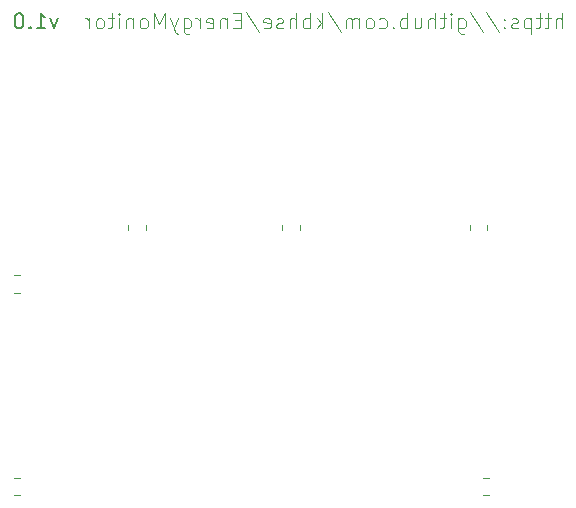
<source format=gbr>
%TF.GenerationSoftware,KiCad,Pcbnew,(5.1.10)-1*%
%TF.CreationDate,2021-09-24T06:20:55+01:00*%
%TF.ProjectId,EnergyMonitor,456e6572-6779-44d6-9f6e-69746f722e6b,v1.0*%
%TF.SameCoordinates,Original*%
%TF.FileFunction,Legend,Bot*%
%TF.FilePolarity,Positive*%
%FSLAX46Y46*%
G04 Gerber Fmt 4.6, Leading zero omitted, Abs format (unit mm)*
G04 Created by KiCad (PCBNEW (5.1.10)-1) date 2021-09-24 06:20:55*
%MOMM*%
%LPD*%
G01*
G04 APERTURE LIST*
%ADD10C,0.130000*%
%ADD11C,0.100000*%
%ADD12C,0.120000*%
G04 APERTURE END LIST*
D10*
X97107142Y-80048928D02*
X96797619Y-80915595D01*
X96488095Y-80048928D01*
X95311904Y-80915595D02*
X96054761Y-80915595D01*
X95683333Y-80915595D02*
X95683333Y-79615595D01*
X95807142Y-79801309D01*
X95930952Y-79925119D01*
X96054761Y-79987023D01*
X94754761Y-80791785D02*
X94692857Y-80853690D01*
X94754761Y-80915595D01*
X94816666Y-80853690D01*
X94754761Y-80791785D01*
X94754761Y-80915595D01*
X93888095Y-79615595D02*
X93764285Y-79615595D01*
X93640476Y-79677500D01*
X93578571Y-79739404D01*
X93516666Y-79863214D01*
X93454761Y-80110833D01*
X93454761Y-80420357D01*
X93516666Y-80667976D01*
X93578571Y-80791785D01*
X93640476Y-80853690D01*
X93764285Y-80915595D01*
X93888095Y-80915595D01*
X94011904Y-80853690D01*
X94073809Y-80791785D01*
X94135714Y-80667976D01*
X94197619Y-80420357D01*
X94197619Y-80110833D01*
X94135714Y-79863214D01*
X94073809Y-79739404D01*
X94011904Y-79677500D01*
X93888095Y-79615595D01*
D11*
X139816547Y-80915595D02*
X139816547Y-79615595D01*
X139259404Y-80915595D02*
X139259404Y-80234642D01*
X139321309Y-80110833D01*
X139445119Y-80048928D01*
X139630833Y-80048928D01*
X139754642Y-80110833D01*
X139816547Y-80172738D01*
X138826071Y-80048928D02*
X138330833Y-80048928D01*
X138640357Y-79615595D02*
X138640357Y-80729880D01*
X138578452Y-80853690D01*
X138454642Y-80915595D01*
X138330833Y-80915595D01*
X138083214Y-80048928D02*
X137587976Y-80048928D01*
X137897500Y-79615595D02*
X137897500Y-80729880D01*
X137835595Y-80853690D01*
X137711785Y-80915595D01*
X137587976Y-80915595D01*
X137154642Y-80048928D02*
X137154642Y-81348928D01*
X137154642Y-80110833D02*
X137030833Y-80048928D01*
X136783214Y-80048928D01*
X136659404Y-80110833D01*
X136597500Y-80172738D01*
X136535595Y-80296547D01*
X136535595Y-80667976D01*
X136597500Y-80791785D01*
X136659404Y-80853690D01*
X136783214Y-80915595D01*
X137030833Y-80915595D01*
X137154642Y-80853690D01*
X136040357Y-80853690D02*
X135916547Y-80915595D01*
X135668928Y-80915595D01*
X135545119Y-80853690D01*
X135483214Y-80729880D01*
X135483214Y-80667976D01*
X135545119Y-80544166D01*
X135668928Y-80482261D01*
X135854642Y-80482261D01*
X135978452Y-80420357D01*
X136040357Y-80296547D01*
X136040357Y-80234642D01*
X135978452Y-80110833D01*
X135854642Y-80048928D01*
X135668928Y-80048928D01*
X135545119Y-80110833D01*
X134926071Y-80791785D02*
X134864166Y-80853690D01*
X134926071Y-80915595D01*
X134987976Y-80853690D01*
X134926071Y-80791785D01*
X134926071Y-80915595D01*
X134926071Y-80110833D02*
X134864166Y-80172738D01*
X134926071Y-80234642D01*
X134987976Y-80172738D01*
X134926071Y-80110833D01*
X134926071Y-80234642D01*
X133378452Y-79553690D02*
X134492738Y-81225119D01*
X132016547Y-79553690D02*
X133130833Y-81225119D01*
X131026071Y-80048928D02*
X131026071Y-81101309D01*
X131087976Y-81225119D01*
X131149880Y-81287023D01*
X131273690Y-81348928D01*
X131459404Y-81348928D01*
X131583214Y-81287023D01*
X131026071Y-80853690D02*
X131149880Y-80915595D01*
X131397500Y-80915595D01*
X131521309Y-80853690D01*
X131583214Y-80791785D01*
X131645119Y-80667976D01*
X131645119Y-80296547D01*
X131583214Y-80172738D01*
X131521309Y-80110833D01*
X131397500Y-80048928D01*
X131149880Y-80048928D01*
X131026071Y-80110833D01*
X130407023Y-80915595D02*
X130407023Y-80048928D01*
X130407023Y-79615595D02*
X130468928Y-79677500D01*
X130407023Y-79739404D01*
X130345119Y-79677500D01*
X130407023Y-79615595D01*
X130407023Y-79739404D01*
X129973690Y-80048928D02*
X129478452Y-80048928D01*
X129787976Y-79615595D02*
X129787976Y-80729880D01*
X129726071Y-80853690D01*
X129602261Y-80915595D01*
X129478452Y-80915595D01*
X129045119Y-80915595D02*
X129045119Y-79615595D01*
X128487976Y-80915595D02*
X128487976Y-80234642D01*
X128549880Y-80110833D01*
X128673690Y-80048928D01*
X128859404Y-80048928D01*
X128983214Y-80110833D01*
X129045119Y-80172738D01*
X127311785Y-80048928D02*
X127311785Y-80915595D01*
X127868928Y-80048928D02*
X127868928Y-80729880D01*
X127807023Y-80853690D01*
X127683214Y-80915595D01*
X127497500Y-80915595D01*
X127373690Y-80853690D01*
X127311785Y-80791785D01*
X126692738Y-80915595D02*
X126692738Y-79615595D01*
X126692738Y-80110833D02*
X126568928Y-80048928D01*
X126321309Y-80048928D01*
X126197500Y-80110833D01*
X126135595Y-80172738D01*
X126073690Y-80296547D01*
X126073690Y-80667976D01*
X126135595Y-80791785D01*
X126197500Y-80853690D01*
X126321309Y-80915595D01*
X126568928Y-80915595D01*
X126692738Y-80853690D01*
X125516547Y-80791785D02*
X125454642Y-80853690D01*
X125516547Y-80915595D01*
X125578452Y-80853690D01*
X125516547Y-80791785D01*
X125516547Y-80915595D01*
X124340357Y-80853690D02*
X124464166Y-80915595D01*
X124711785Y-80915595D01*
X124835595Y-80853690D01*
X124897500Y-80791785D01*
X124959404Y-80667976D01*
X124959404Y-80296547D01*
X124897500Y-80172738D01*
X124835595Y-80110833D01*
X124711785Y-80048928D01*
X124464166Y-80048928D01*
X124340357Y-80110833D01*
X123597500Y-80915595D02*
X123721309Y-80853690D01*
X123783214Y-80791785D01*
X123845119Y-80667976D01*
X123845119Y-80296547D01*
X123783214Y-80172738D01*
X123721309Y-80110833D01*
X123597500Y-80048928D01*
X123411785Y-80048928D01*
X123287976Y-80110833D01*
X123226071Y-80172738D01*
X123164166Y-80296547D01*
X123164166Y-80667976D01*
X123226071Y-80791785D01*
X123287976Y-80853690D01*
X123411785Y-80915595D01*
X123597500Y-80915595D01*
X122607023Y-80915595D02*
X122607023Y-80048928D01*
X122607023Y-80172738D02*
X122545119Y-80110833D01*
X122421309Y-80048928D01*
X122235595Y-80048928D01*
X122111785Y-80110833D01*
X122049880Y-80234642D01*
X122049880Y-80915595D01*
X122049880Y-80234642D02*
X121987976Y-80110833D01*
X121864166Y-80048928D01*
X121678452Y-80048928D01*
X121554642Y-80110833D01*
X121492738Y-80234642D01*
X121492738Y-80915595D01*
X119945119Y-79553690D02*
X121059404Y-81225119D01*
X119511785Y-80915595D02*
X119511785Y-79615595D01*
X119387976Y-80420357D02*
X119016547Y-80915595D01*
X119016547Y-80048928D02*
X119511785Y-80544166D01*
X118459404Y-80915595D02*
X118459404Y-79615595D01*
X118459404Y-80110833D02*
X118335595Y-80048928D01*
X118087976Y-80048928D01*
X117964166Y-80110833D01*
X117902261Y-80172738D01*
X117840357Y-80296547D01*
X117840357Y-80667976D01*
X117902261Y-80791785D01*
X117964166Y-80853690D01*
X118087976Y-80915595D01*
X118335595Y-80915595D01*
X118459404Y-80853690D01*
X117283214Y-80915595D02*
X117283214Y-79615595D01*
X116726071Y-80915595D02*
X116726071Y-80234642D01*
X116787976Y-80110833D01*
X116911785Y-80048928D01*
X117097500Y-80048928D01*
X117221309Y-80110833D01*
X117283214Y-80172738D01*
X116168928Y-80853690D02*
X116045119Y-80915595D01*
X115797500Y-80915595D01*
X115673690Y-80853690D01*
X115611785Y-80729880D01*
X115611785Y-80667976D01*
X115673690Y-80544166D01*
X115797500Y-80482261D01*
X115983214Y-80482261D01*
X116107023Y-80420357D01*
X116168928Y-80296547D01*
X116168928Y-80234642D01*
X116107023Y-80110833D01*
X115983214Y-80048928D01*
X115797500Y-80048928D01*
X115673690Y-80110833D01*
X114559404Y-80853690D02*
X114683214Y-80915595D01*
X114930833Y-80915595D01*
X115054642Y-80853690D01*
X115116547Y-80729880D01*
X115116547Y-80234642D01*
X115054642Y-80110833D01*
X114930833Y-80048928D01*
X114683214Y-80048928D01*
X114559404Y-80110833D01*
X114497500Y-80234642D01*
X114497500Y-80358452D01*
X115116547Y-80482261D01*
X113011785Y-79553690D02*
X114126071Y-81225119D01*
X112578452Y-80234642D02*
X112145119Y-80234642D01*
X111959404Y-80915595D02*
X112578452Y-80915595D01*
X112578452Y-79615595D01*
X111959404Y-79615595D01*
X111402261Y-80048928D02*
X111402261Y-80915595D01*
X111402261Y-80172738D02*
X111340357Y-80110833D01*
X111216547Y-80048928D01*
X111030833Y-80048928D01*
X110907023Y-80110833D01*
X110845119Y-80234642D01*
X110845119Y-80915595D01*
X109730833Y-80853690D02*
X109854642Y-80915595D01*
X110102261Y-80915595D01*
X110226071Y-80853690D01*
X110287976Y-80729880D01*
X110287976Y-80234642D01*
X110226071Y-80110833D01*
X110102261Y-80048928D01*
X109854642Y-80048928D01*
X109730833Y-80110833D01*
X109668928Y-80234642D01*
X109668928Y-80358452D01*
X110287976Y-80482261D01*
X109111785Y-80915595D02*
X109111785Y-80048928D01*
X109111785Y-80296547D02*
X109049880Y-80172738D01*
X108987976Y-80110833D01*
X108864166Y-80048928D01*
X108740357Y-80048928D01*
X107749880Y-80048928D02*
X107749880Y-81101309D01*
X107811785Y-81225119D01*
X107873690Y-81287023D01*
X107997500Y-81348928D01*
X108183214Y-81348928D01*
X108307023Y-81287023D01*
X107749880Y-80853690D02*
X107873690Y-80915595D01*
X108121309Y-80915595D01*
X108245119Y-80853690D01*
X108307023Y-80791785D01*
X108368928Y-80667976D01*
X108368928Y-80296547D01*
X108307023Y-80172738D01*
X108245119Y-80110833D01*
X108121309Y-80048928D01*
X107873690Y-80048928D01*
X107749880Y-80110833D01*
X107254642Y-80048928D02*
X106945119Y-80915595D01*
X106635595Y-80048928D02*
X106945119Y-80915595D01*
X107068928Y-81225119D01*
X107130833Y-81287023D01*
X107254642Y-81348928D01*
X106140357Y-80915595D02*
X106140357Y-79615595D01*
X105707023Y-80544166D01*
X105273690Y-79615595D01*
X105273690Y-80915595D01*
X104468928Y-80915595D02*
X104592738Y-80853690D01*
X104654642Y-80791785D01*
X104716547Y-80667976D01*
X104716547Y-80296547D01*
X104654642Y-80172738D01*
X104592738Y-80110833D01*
X104468928Y-80048928D01*
X104283214Y-80048928D01*
X104159404Y-80110833D01*
X104097500Y-80172738D01*
X104035595Y-80296547D01*
X104035595Y-80667976D01*
X104097500Y-80791785D01*
X104159404Y-80853690D01*
X104283214Y-80915595D01*
X104468928Y-80915595D01*
X103478452Y-80048928D02*
X103478452Y-80915595D01*
X103478452Y-80172738D02*
X103416547Y-80110833D01*
X103292738Y-80048928D01*
X103107023Y-80048928D01*
X102983214Y-80110833D01*
X102921309Y-80234642D01*
X102921309Y-80915595D01*
X102302261Y-80915595D02*
X102302261Y-80048928D01*
X102302261Y-79615595D02*
X102364166Y-79677500D01*
X102302261Y-79739404D01*
X102240357Y-79677500D01*
X102302261Y-79615595D01*
X102302261Y-79739404D01*
X101868928Y-80048928D02*
X101373690Y-80048928D01*
X101683214Y-79615595D02*
X101683214Y-80729880D01*
X101621309Y-80853690D01*
X101497500Y-80915595D01*
X101373690Y-80915595D01*
X100754642Y-80915595D02*
X100878452Y-80853690D01*
X100940357Y-80791785D01*
X101002261Y-80667976D01*
X101002261Y-80296547D01*
X100940357Y-80172738D01*
X100878452Y-80110833D01*
X100754642Y-80048928D01*
X100568928Y-80048928D01*
X100445119Y-80110833D01*
X100383214Y-80172738D01*
X100321309Y-80296547D01*
X100321309Y-80667976D01*
X100383214Y-80791785D01*
X100445119Y-80853690D01*
X100568928Y-80915595D01*
X100754642Y-80915595D01*
X99764166Y-80915595D02*
X99764166Y-80048928D01*
X99764166Y-80296547D02*
X99702261Y-80172738D01*
X99640357Y-80110833D01*
X99516547Y-80048928D01*
X99392738Y-80048928D01*
D12*
%TO.C,R34*%
X93435436Y-120432500D02*
X93889564Y-120432500D01*
X93435436Y-118962500D02*
X93889564Y-118962500D01*
%TO.C,R33*%
X133577064Y-118962500D02*
X133122936Y-118962500D01*
X133577064Y-120432500D02*
X133122936Y-120432500D01*
%TO.C,R32*%
X93435436Y-103287500D02*
X93889564Y-103287500D01*
X93435436Y-101817500D02*
X93889564Y-101817500D01*
%TO.C,R31*%
X103087500Y-97562936D02*
X103087500Y-98017064D01*
X104557500Y-97562936D02*
X104557500Y-98017064D01*
%TO.C,R30*%
X116105000Y-97562936D02*
X116105000Y-98017064D01*
X117575000Y-97562936D02*
X117575000Y-98017064D01*
%TO.C,R15*%
X131980000Y-97562936D02*
X131980000Y-98017064D01*
X133450000Y-97562936D02*
X133450000Y-98017064D01*
%TD*%
M02*

</source>
